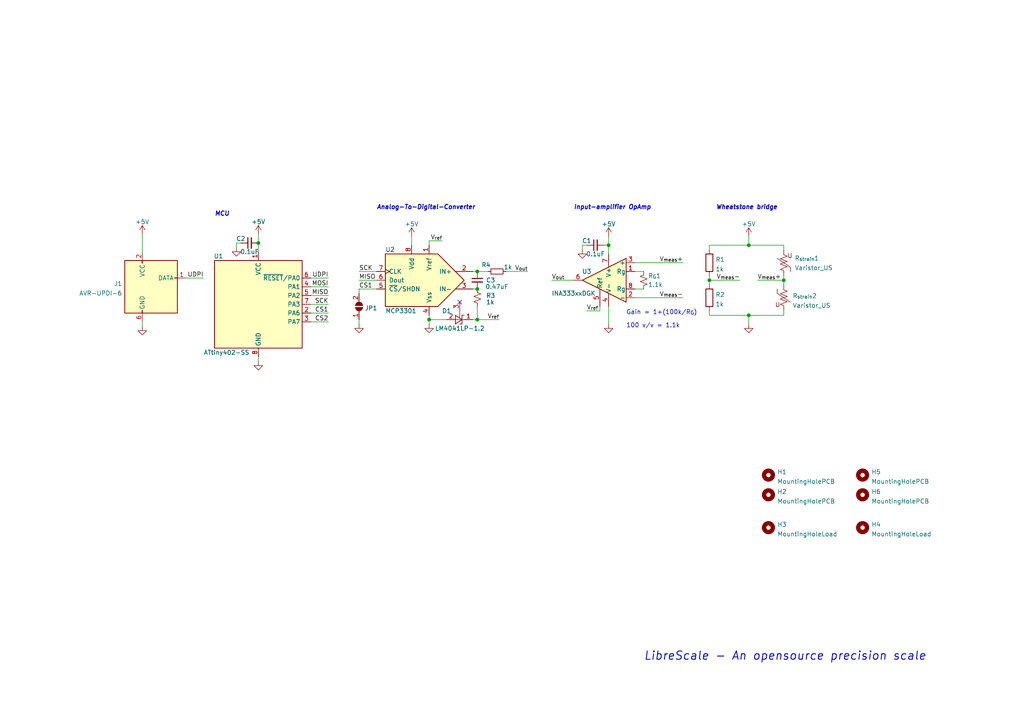
<source format=kicad_sch>
(kicad_sch (version 20211123) (generator eeschema)
  (paper "A4")
  (lib_symbols
    (symbol "Amplifier_Instrumentation:INA333xxDGK" (pin_names (offset 0.127))
      (property "Reference" "U" (at 3.81 3.175 0))
      (property "Value" "INA333xxDGK" (at 3.81 -3.175 0))
      (symbol "INA333xxDGK_0_1"
        (polyline (pts (xy 7.62 0) (xy -5.08 6.35) (xy -5.08 -6.35) (xy 7.62 0)) (stroke (width 0.254)) (fill (type background)))
      )
      (symbol "INA333xxDGK_1_1"
        (pin passive line (at -7.62 2.54 0) (length 2.54) (name "Rg") (number "1"))
        (pin input line (at -7.62 -5.08 0) (length 2.54) (name "-") (number "2"))
        (pin input line (at -7.62 5.08 0) (length 2.54) (name "+") (number "3"))
        (pin power_in line (at 0 -7.62 90) (length 3.81) (name "V-") (number "4"))
        (pin input line (at 2.54 -7.62 90) (length 5.08) (name "Ref") (number "5"))
        (pin output line (at 10.16 0 180) (length 2.54) (name "~") (number "6"))
        (pin power_in line (at 0 7.62 270) (length 3.81) (name "V+") (number "7"))
        (pin passive line (at -7.62 -2.54 0) (length 2.54) (name "Rg") (number "8"))
      )
    )
    (symbol "Analog_ADC:MCP3301" (pin_names (offset 1.016))
      (property "Reference" "U" (at 4.445 10.795 0))
      (property "Value" "MCP3301" (at 4.445 8.89 0))
      (symbol "MCP3301_0_0"
        (polyline (pts (xy -12.7 0) (xy -5.08 7.62) (xy 10.16 7.62) (xy 10.16 -7.62) (xy -5.08 -7.62) (xy -12.7 0)) (stroke (width 0.254)) (fill (type background)))
      )
      (symbol "MCP3301_1_1"
        (pin power_in line (at -2.54 10.16 270) (length 2.54) (name "Vref") (number "1"))
        (pin input line (at -15.24 2.54 0) (length 5.08) (name "IN+") (number "2"))
        (pin input line (at -15.24 -2.54 0) (length 5.08) (name "IN-") (number "3"))
        (pin power_in line (at -2.54 -10.16 90) (length 2.54) (name "Vss") (number "4"))
        (pin input line (at 12.7 -2.54 180) (length 2.54) (name "~{CS}/SHDN") (number "5"))
        (pin output line (at 12.7 0 180) (length 2.54) (name "Dout") (number "6"))
        (pin input clock (at 12.7 2.54 180) (length 2.54) (name "CLK") (number "7"))
        (pin power_in line (at 2.54 10.16 270) (length 2.54) (name "Vdd") (number "8"))
      )
    )
    (symbol "Connector:AVR-UPDI-6" (pin_names (offset 1.016))
      (property "Reference" "J" (at -6.35 8.89 0))
      (property "Value" "AVR-UPDI-6" (at 0 8.89 0))
      (symbol "AVR-UPDI-6_0_1"
        (rectangle (start -2.667 -6.858) (end -2.413 -7.62))
        (rectangle (start -2.667 7.62) (end -2.413 6.858))
        (rectangle (start 7.62 2.667) (end 6.858 2.413))
        (rectangle (start 7.62 7.62) (end -7.62 -7.62) (stroke (width 0.254)) (fill (type background)))
      )
      (symbol "AVR-UPDI-6_1_1"
        (pin passive line (at 10.16 2.54 180) (length 2.54) (name "DATA") (number "1"))
        (pin passive line (at -2.54 10.16 270) (length 2.54) (name "VCC") (number "2"))
        (pin no_connect line (at 7.62 0 180) (length 2.54) hide (name "NC") (number "3"))
        (pin no_connect line (at 7.62 -2.54 180) (length 2.54) hide (name "NC") (number "4"))
        (pin no_connect line (at 7.62 -5.08 180) (length 2.54) hide (name "NC") (number "5"))
        (pin passive line (at -2.54 -10.16 90) (length 2.54) (name "GND") (number "6"))
      )
    )
    (symbol "Device:C_Small" (pin_numbers hide) (pin_names (offset 0.254) hide)
      (property "Reference" "C" (at 0.254 1.778 0))
      (property "Value" "C_Small" (at 0.254 -2.032 0))
      (symbol "C_Small_0_1"
        (polyline (pts (xy -1.524 -0.508) (xy 1.524 -0.508)) (stroke (width 0.3302)))
        (polyline (pts (xy -1.524 0.508) (xy 1.524 0.508)) (stroke (width 0.3048)))
      )
      (symbol "C_Small_1_1"
        (pin passive line (at 0 2.54 270) (length 2.032) (name "~") (number "1"))
        (pin passive line (at 0 -2.54 90) (length 2.032) (name "~") (number "2"))
      )
    )
    (symbol "Device:R" (pin_numbers hide) (pin_names (offset 0))
      (property "Reference" "R" (at 2.032 0 90))
      (property "Value" "R" (at 0 0 90))
      (symbol "R_0_1"
        (rectangle (start -1.016 -2.54) (end 1.016 2.54) (stroke (width 0.254)))
      )
      (symbol "R_1_1"
        (pin passive line (at 0 3.81 270) (length 1.27) (name "~") (number "1"))
        (pin passive line (at 0 -3.81 90) (length 1.27) (name "~") (number "2"))
      )
    )
    (symbol "Device:R_Small" (pin_numbers hide) (pin_names (offset 0.254) hide)
      (property "Reference" "R" (at 0.762 0.508 0))
      (property "Value" "R_Small" (at 0.762 -1.016 0))
      (symbol "R_Small_0_1"
        (rectangle (start -0.762 1.778) (end 0.762 -1.778) (stroke (width 0.2032)))
      )
      (symbol "R_Small_1_1"
        (pin passive line (at 0 2.54 270) (length 0.762) (name "~") (number "1"))
        (pin passive line (at 0 -2.54 90) (length 0.762) (name "~") (number "2"))
      )
    )
    (symbol "Device:R_Small_US" (pin_numbers hide) (pin_names (offset 0.254) hide)
      (property "Reference" "R" (at 0.762 0.508 0))
      (property "Value" "R_Small_US" (at 0.762 -1.016 0))
      (symbol "R_Small_US_1_1"
        (polyline (pts (xy 0 0) (xy 1.016 -0.381) (xy 0 -0.762) (xy -1.016 -1.143) (xy 0 -1.524)))
        (polyline (pts (xy 0 1.524) (xy 1.016 1.143) (xy 0 0.762) (xy -1.016 0.381) (xy 0 0)))
        (pin passive line (at 0 2.54 270) (length 1.016) (name "~") (number "1"))
        (pin passive line (at 0 -2.54 90) (length 1.016) (name "~") (number "2"))
      )
    )
    (symbol "Device:Varistor_US" (pin_numbers hide) (pin_names (offset 0))
      (property "Reference" "RV" (at 3.175 0 90))
      (property "Value" "Varistor_US" (at -3.175 0 90))
      (symbol "Varistor_US_0_0"
        (text "U" (at -1.778 -2.032 0) (effects (font (size 1.27 1.27))))
      )
      (symbol "Varistor_US_0_1"
        (polyline (pts (xy 0 -2.286) (xy 0 -2.54)))
        (polyline (pts (xy 0 2.286) (xy 0 2.54)))
        (polyline (pts (xy -1.905 2.54) (xy -1.905 1.27) (xy 1.905 -1.27)))
        (polyline (pts (xy 0 -0.762) (xy 1.016 -1.143) (xy 0 -1.524) (xy -1.016 -1.905) (xy 0 -2.286)))
        (polyline (pts (xy 0 0.762) (xy 1.016 0.381) (xy 0 0) (xy -1.016 -0.381) (xy 0 -0.762)))
        (polyline (pts (xy 0 2.286) (xy 1.016 1.905) (xy 0 1.524) (xy -1.016 1.143) (xy 0 0.762)))
      )
      (symbol "Varistor_US_1_1"
        (pin passive line (at 0 3.81 270) (length 1.27) (name "~") (number "1"))
        (pin passive line (at 0 -3.81 90) (length 1.27) (name "~") (number "2"))
      )
    )
    (symbol "Jumper:SolderJumper_2_Open" (pin_names (offset 0) hide)
      (property "Reference" "JP" (at 0 2.032 0))
      (property "Value" "SolderJumper_2_Open" (at 0 -2.54 0))
      (symbol "SolderJumper_2_Open_0_1"
        (arc (start -0.254 1.016) (mid -1.27 0) (end -0.254 -1.016))
        (arc (start -0.254 1.016) (mid -1.27 0) (end -0.254 -1.016) (fill (type outline)))
        (polyline (pts (xy -0.254 1.016) (xy -0.254 -1.016)))
        (polyline (pts (xy 0.254 1.016) (xy 0.254 -1.016)))
        (arc (start 0.254 -1.016) (mid 1.27 0) (end 0.254 1.016))
        (arc (start 0.254 -1.016) (mid 1.27 0) (end 0.254 1.016) (fill (type outline)))
      )
      (symbol "SolderJumper_2_Open_1_1"
        (pin passive line (at -3.81 0 0) (length 2.54) (name "A") (number "1"))
        (pin passive line (at 3.81 0 180) (length 2.54) (name "B") (number "2"))
      )
    )
    (symbol "MCU_Microchip_ATtiny:ATtiny402-SS"
      (property "Reference" "U" (at -12.7 13.97 0))
      (property "Value" "ATtiny402-SS" (at 2.54 -13.97 0))
      (symbol "ATtiny402-SS_0_1"
        (rectangle (start -12.7 -12.7) (end 12.7 12.7) (stroke (width 0.254)) (fill (type background)))
      )
      (symbol "ATtiny402-SS_1_1"
        (pin power_in line (at 0 15.24 270) (length 2.54) (name "VCC") (number "1"))
        (pin bidirectional line (at 15.24 -2.54 180) (length 2.54) (name "PA6") (number "2"))
        (pin bidirectional line (at 15.24 -5.08 180) (length 2.54) (name "PA7") (number "3"))
        (pin bidirectional line (at 15.24 5.08 180) (length 2.54) (name "PA1") (number "4"))
        (pin bidirectional line (at 15.24 2.54 180) (length 2.54) (name "PA2") (number "5"))
        (pin bidirectional line (at 15.24 7.62 180) (length 2.54) (name "~{RESET}/PA0") (number "6"))
        (pin bidirectional line (at 15.24 0 180) (length 2.54) (name "PA3") (number "7"))
        (pin power_in line (at 0 -15.24 90) (length 2.54) (name "GND") (number "8"))
      )
    )
    (symbol "Mechanical:MountingHole" (pin_names (offset 1.016))
      (property "Reference" "H" (at 0 5.08 0))
      (property "Value" "MountingHole" (at 0 3.175 0))
      (symbol "MountingHole_0_1"
        (circle (center 0 0) (radius 1.27) (stroke (width 1.27)))
      )
    )
    (symbol "Reference_Voltage:LM4041LP-ADJ" (pin_names (offset 0.0254) hide)
      (property "Reference" "U?" (at 0 -3.3941 0))
      (property "Value" "LM4041LP-1.2" (at 0 -6.1692 0))
      (symbol "LM4041LP-ADJ_0_1"
        (polyline (pts (xy 0 2.54) (xy 0 0.508)))
        (polyline (pts (xy -1.27 0) (xy 0 0) (xy 1.27 0)))
        (polyline (pts (xy -1.27 -1.27) (xy 0.635 0) (xy -1.27 1.27) (xy -1.27 -1.27)) (stroke (width 0.2032)))
        (polyline (pts (xy 0 -1.27) (xy 0.635 -1.27) (xy 0.635 1.27) (xy 1.27 1.27)) (stroke (width 0.2032)))
      )
      (symbol "LM4041LP-ADJ_1_1"
        (pin input line (at 3.81 0 180) (length 2.54) (name "FB") (number "1"))
        (pin passive line (at -3.81 0 0) (length 2.54) (name "K") (number "2"))
        (pin passive line (at 0 5.08 270) (length 2.54) (name "A") (number "3"))
      )
    )
    (symbol "power:+5V" (power) (pin_names (offset 0))
      (property "Value" "+5V" (at 0 3.556 0))
      (symbol "+5V_0_1"
        (polyline (pts (xy -0.762 1.27) (xy 0 2.54)))
        (polyline (pts (xy 0 0) (xy 0 2.54)))
        (polyline (pts (xy 0 2.54) (xy 0.762 1.27)))
      )
      (symbol "+5V_1_1"
        (pin power_in line (at 0 0 90) (length 0) hide (name "+5V") (number "1"))
      )
    )
    (symbol "power:GND" (power) (pin_names (offset 0))
      (property "Value" "GND" (at 0 -3.81 0))
      (symbol "GND_0_1"
        (polyline (pts (xy 0 0) (xy 0 -1.27) (xy 1.27 -1.27) (xy 0 -2.54) (xy -1.27 -1.27) (xy 0 -1.27)))
      )
      (symbol "GND_1_1"
        (pin power_in line (at 0 0 270) (length 0) hide (name "GND") (number "1"))
      )
    )
  )
  (junction (at 217.17 71.12))
  (junction (at 74.93 70.485))
  (junction (at 227.33 81.28))
  (junction (at 176.53 71.12))
  (junction (at 138.43 83.82))
  (junction (at 217.17 91.44))
  (junction (at 138.43 78.74))
  (junction (at 138.43 92.71))
  (junction (at 205.74 81.28))
  (junction (at 124.46 92.71))
  (no_connect (at 133.35 87.63))
  (wire (pts (xy 74.93 70.485) (xy 74.93 73.025)))
  (wire (pts (xy 176.53 88.9) (xy 176.53 93.98)))
  (wire (pts (xy 74.93 103.505) (xy 74.93 104.775)))
  (wire (pts (xy 146.685 78.74) (xy 153.035 78.74)))
  (wire (pts (xy 104.14 81.28) (xy 109.22 81.28)))
  (wire (pts (xy 205.74 71.12) (xy 217.17 71.12)))
  (wire (pts (xy 168.91 71.12) (xy 170.18 71.12)))
  (wire (pts (xy 205.74 81.28) (xy 214.63 81.28)))
  (wire (pts (xy 90.17 93.345) (xy 95.25 93.345)))
  (wire (pts (xy 170.18 90.17) (xy 173.99 90.17)))
  (wire (pts (xy 227.33 81.28) (xy 227.33 82.55)))
  (wire (pts (xy 90.17 85.725) (xy 95.25 85.725)))
  (wire (pts (xy 138.43 78.74) (xy 141.605 78.74)))
  (wire (pts (xy 160.02 81.28) (xy 166.37 81.28)))
  (wire (pts (xy 205.74 71.12) (xy 205.74 72.39)))
  (wire (pts (xy 104.14 78.74) (xy 109.22 78.74)))
  (wire (pts (xy 227.33 91.44) (xy 227.33 90.17)))
  (wire (pts (xy 119.38 68.58) (xy 119.38 71.12)))
  (wire (pts (xy 176.53 71.12) (xy 176.53 73.66)))
  (wire (pts (xy 104.14 83.82) (xy 109.22 83.82)))
  (wire (pts (xy 68.58 71.755) (xy 68.58 70.485)))
  (wire (pts (xy 217.17 71.12) (xy 227.33 71.12)))
  (wire (pts (xy 205.74 91.44) (xy 217.17 91.44)))
  (wire (pts (xy 90.17 90.805) (xy 95.25 90.805)))
  (wire (pts (xy 227.33 80.01) (xy 227.33 81.28)))
  (wire (pts (xy 90.17 80.645) (xy 95.25 80.645)))
  (wire (pts (xy 217.17 68.58) (xy 217.17 71.12)))
  (wire (pts (xy 74.93 67.945) (xy 74.93 70.485)))
  (wire (pts (xy 205.74 91.44) (xy 205.74 90.17)))
  (wire (pts (xy 90.17 83.185) (xy 95.25 83.185)))
  (wire (pts (xy 138.43 88.9) (xy 138.43 92.71)))
  (wire (pts (xy 217.17 91.44) (xy 227.33 91.44)))
  (wire (pts (xy 184.15 86.36) (xy 198.12 86.36)))
  (wire (pts (xy 137.16 83.82) (xy 138.43 83.82)))
  (wire (pts (xy 53.975 80.645) (xy 59.055 80.645)))
  (wire (pts (xy 205.74 81.28) (xy 205.74 82.55)))
  (wire (pts (xy 168.91 71.12) (xy 168.91 72.39)))
  (wire (pts (xy 184.15 76.2) (xy 198.12 76.2)))
  (wire (pts (xy 41.275 67.945) (xy 41.275 73.025)))
  (wire (pts (xy 184.15 83.82) (xy 186.69 83.82)))
  (wire (pts (xy 138.43 92.71) (xy 144.78 92.71)))
  (wire (pts (xy 137.16 78.74) (xy 138.43 78.74)))
  (wire (pts (xy 184.15 78.74) (xy 186.69 78.74)))
  (wire (pts (xy 90.17 88.265) (xy 95.25 88.265)))
  (wire (pts (xy 124.46 92.71) (xy 124.46 93.98)))
  (wire (pts (xy 68.58 70.485) (xy 69.85 70.485)))
  (wire (pts (xy 137.16 92.71) (xy 138.43 92.71)))
  (wire (pts (xy 124.46 69.85) (xy 128.27 69.85)))
  (wire (pts (xy 124.46 71.12) (xy 124.46 69.85)))
  (wire (pts (xy 104.14 92.71) (xy 104.14 93.98)))
  (wire (pts (xy 175.26 71.12) (xy 176.53 71.12)))
  (wire (pts (xy 205.74 80.01) (xy 205.74 81.28)))
  (wire (pts (xy 124.46 91.44) (xy 124.46 92.71)))
  (wire (pts (xy 104.14 83.82) (xy 104.14 85.09)))
  (wire (pts (xy 227.33 71.12) (xy 227.33 72.39)))
  (wire (pts (xy 41.275 93.345) (xy 41.275 94.615)))
  (wire (pts (xy 173.99 88.9) (xy 173.99 90.17)))
  (wire (pts (xy 219.71 81.28) (xy 227.33 81.28)))
  (wire (pts (xy 124.46 92.71) (xy 129.54 92.71)))
  (wire (pts (xy 176.53 68.58) (xy 176.53 71.12)))
  (wire (pts (xy 217.17 91.44) (xy 217.17 93.98)))
  (text "100 v/v = 1.1k " (at 181.61 95.25 0) (effects (font (size 1.27 1.27)) (justify left bottom)))
  (text "Gain = 1+(100k/R_{G})" (at 181.61 91.44 0) (effects (font (size 1.27 1.27)) (justify left bottom)))
  (text "LibreScale - An opensource precision scale" (at 186.69 191.77 0) (effects (font (size 2.413 2.413) (thickness 0.254) bold italic) (justify left bottom)))
  (text "Wheatstone bridge\n" (at 207.645 60.96 0) (effects (font (size 1.27 1.27) bold italic) (justify left bottom)))
  (text "Analog-To-Digital-Converter" (at 109.22 60.96 0) (effects (font (size 1.27 1.27) (thickness 0.254) bold italic) (justify left bottom)))
  (text "MCU\n" (at 62.23 62.865 0) (effects (font (size 1.27 1.27) bold italic) (justify left bottom)))
  (text "Input-amplifier OpAmp" (at 166.37 60.96 0) (effects (font (size 1.27 1.27) bold italic) (justify left bottom)))
  (label "V_{ref}" (at 144.78 92.71 180))
  (label "V_{ref}" (at 170.18 90.17 0))
  (label "UDPI" (at 95.25 80.645 180))
  (label "MOSI" (at 95.25 83.185 180))
  (label "CS1" (at 95.25 90.805 180))
  (label "UDPI" (at 59.055 80.645 180))
  (label "MISO" (at 95.25 85.725 180))
  (label "MISO" (at 104.14 81.28 0))
  (label "V_{meas}+" (at 219.71 81.28 0))
  (label "SCK" (at 104.14 78.74 0))
  (label "SCK" (at 95.25 88.265 180))
  (label "V_{out}" (at 153.035 78.74 180))
  (label "V_{meas}+" (at 198.12 76.2 180))
  (label "V_{ref}" (at 128.27 69.85 180))
  (label "CS1" (at 104.14 83.82 0))
  (label "CS2" (at 95.25 93.345 180))
  (label "V_{out}" (at 160.02 81.28 0))
  (label "V_{meas}-" (at 214.63 81.28 180))
  (label "V_{meas}-" (at 198.12 86.36 180))
  (symbol (lib_id "power:+5V") (at 74.93 67.945 0) (unit 1)
    (property "Reference" "#PWR0104" (effects hide))
    (property "Value" "+5V" (at 74.93 64.3405 0))
  )
  (symbol (lib_id "Mechanical:MountingHole") (at 222.885 137.795 0) (unit 1)
    (property "Reference" "H1" (at 225.425 136.8865 0) (effects (justify left)))
    (property "Value" "MountingHolePCB" (at 225.425 139.6616 0) (effects (justify left)))
    (property "Footprint" "MountingHole:MountingHole_3.2mm_M3_Pad" (effects hide))
  )
  (symbol (lib_id "Reference_Voltage:LM4041LP-ADJ") (at 133.35 92.71 0) (unit 1)
    (property "Reference" "D1" (at 129.54 90.17 0))
    (property "Value" "LM4041LP-1.2" (at 133.35 95.25 0))
    (property "Footprint" "Package_TO_SOT_SMD:SOT-23" (effects hide))
    (property "Datasheet" "http://www.ti.com/lit/ds/symlink/lm4041-n.pdf" (effects hide))
  )
  (symbol (lib_id "Mechanical:MountingHole") (at 222.885 153.035 0) (unit 1)
    (property "Reference" "H3" (at 225.425 152.1265 0) (effects (justify left)))
    (property "Value" "MountingHoleLoad" (at 225.425 154.9016 0) (effects (justify left)))
    (property "Footprint" "MountingHole:MountingHole_3.2mm_M3_DIN965_Pad" (effects hide))
  )
  (symbol (lib_id "power:GND") (at 68.58 71.755 0) (unit 1)
    (property "Reference" "#PWR0102" (effects hide))
    (property "Value" "GND" (effects hide))
  )
  (symbol (lib_id "power:+5V") (at 217.17 68.58 0) (unit 1)
    (property "Reference" "#PWR0110" (effects hide))
    (property "Value" "+5V" (at 217.17 64.9755 0))
  )
  (symbol (lib_id "Device:R") (at 205.74 76.2 0) (unit 1)
    (property "Reference" "R1" (at 207.518 75.2915 0) (effects (justify left)))
    (property "Value" "1k" (at 207.518 78.0666 0) (effects (justify left)))
    (property "Footprint" "Resistor_SMD:R_0603_1608Metric" (effects hide))
  )
  (symbol (lib_id "power:GND") (at 104.14 93.98 0) (unit 1)
    (property "Reference" "#PWR0101" (effects hide))
    (property "Value" "GND" (effects hide))
  )
  (symbol (lib_id "power:+5V") (at 119.38 68.58 0) (unit 1)
    (property "Reference" "#PWR0108" (effects hide))
    (property "Value" "+5V" (at 119.38 64.9755 0))
  )
  (symbol (lib_id "power:GND") (at 41.275 94.615 0) (unit 1)
    (property "Reference" "#PWR0112" (effects hide))
    (property "Value" "GND" (effects hide))
  )
  (symbol (lib_id "power:GND") (at 124.46 93.98 0) (unit 1)
    (property "Reference" "#PWR0109" (effects hide))
    (property "Value" "GND" (effects hide))
  )
  (symbol (lib_id "power:GND") (at 217.17 93.98 0) (unit 1)
    (property "Reference" "#PWR0111" (effects hide))
    (property "Value" "GND" (effects hide))
  )
  (symbol (lib_id "Jumper:SolderJumper_2_Open") (at 104.14 88.9 90) (unit 1)
    (property "Reference" "JP1" (at 105.791 89.379 90) (effects (justify right)))
    (property "Value" "SolderJumper_2_Open" (effects hide))
    (property "Footprint" "Jumper:SolderJumper-2_P1.3mm_Bridged_RoundedPad1.0x1.5mm" (effects hide))
  )
  (symbol (lib_id "power:+5V") (at 41.275 67.945 0) (unit 1)
    (property "Reference" "#PWR0113" (effects hide))
    (property "Value" "+5V" (at 41.275 64.3405 0))
  )
  (symbol (lib_id "Device:R_Small") (at 144.145 78.74 90) (unit 1)
    (property "Reference" "R4" (at 140.97 76.835 90))
    (property "Value" "1k" (at 147.32 77.47 90))
    (property "Footprint" "Resistor_SMD:R_0402_1005Metric_Pad0.72x0.64mm_HandSolder" (effects hide))
  )
  (symbol (lib_id "Mechanical:MountingHole") (at 250.19 143.51 0) (unit 1)
    (property "Reference" "H6" (at 252.73 142.6015 0) (effects (justify left)))
    (property "Value" "MountingHolePCB" (at 252.73 145.3766 0) (effects (justify left)))
    (property "Footprint" "MountingHole:MountingHole_3.2mm_M3_Pad" (effects hide))
  )
  (symbol (lib_id "Device:C_Small") (at 72.39 70.485 90) (unit 1)
    (property "Reference" "C2" (at 69.85 69.215 90))
    (property "Value" "0.1uF" (at 72.39 73.025 90))
    (property "Footprint" "Capacitor_SMD:C_0603_1608Metric" (effects hide))
  )
  (symbol (lib_id "Mechanical:MountingHole") (at 250.19 153.035 0) (unit 1)
    (property "Reference" "H4" (at 252.73 152.1265 0) (effects (justify left)))
    (property "Value" "MountingHoleLoad" (at 252.73 154.9016 0) (effects (justify left)))
    (property "Footprint" "MountingHole:MountingHole_3.2mm_M3_DIN965_Pad" (effects hide))
  )
  (symbol (lib_id "Connector:AVR-UPDI-6") (at 43.815 83.185 0) (unit 1)
    (property "Reference" "J1" (at 35.4331 82.2765 0) (effects (justify right)))
    (property "Value" "AVR-UPDI-6" (at 35.4331 85.0516 0) (effects (justify right)))
    (property "Footprint" "Connector:Tag-Connect_TC2030-IDC-NL_2x03_P1.27mm_Vertical" (effects hide))
    (property "Datasheet" "https://www.microchip.com/webdoc/GUID-9D10622A-5C16-4405-B092-1BDD437B4976/index.html?GUID-9B349315-2842-4189-B88C-49F4E1055D7F" (effects hide))
  )
  (symbol (lib_id "Amplifier_Instrumentation:INA333xxDGK") (at 176.53 81.28 0) (mirror y) (unit 1)
    (property "Reference" "U3" (at 170.18 78.74 0))
    (property "Value" "INA333xxDGK" (at 166.37 85.09 0))
    (property "Footprint" "Package_SO:VSSOP-8_3.0x3.0mm_P0.65mm" (effects hide))
    (property "Datasheet" "https://www.ti.com/lit/ds/symlink/ina333.pdf" (effects hide))
  )
  (symbol (lib_id "Device:C_Small") (at 138.43 81.28 0) (unit 1)
    (property "Reference" "C3" (at 140.97 81.28 0) (effects (justify left)))
    (property "Value" "0.47uF" (at 140.7541 83.1529 0) (effects (justify left)))
    (property "Footprint" "Capacitor_SMD:C_0603_1608Metric" (effects hide))
  )
  (symbol (lib_id "Device:R_Small_US") (at 138.43 86.36 0) (unit 1)
    (property "Reference" "R3" (at 140.97 85.725 0) (effects (justify left)))
    (property "Value" "1k" (at 140.97 87.63 0) (effects (justify left)))
    (property "Footprint" "Resistor_SMD:R_0402_1005Metric_Pad0.72x0.64mm_HandSolder" (effects hide))
  )
  (symbol (lib_id "Mechanical:MountingHole") (at 222.885 143.51 0) (unit 1)
    (property "Reference" "H2" (at 225.425 142.6015 0) (effects (justify left)))
    (property "Value" "MountingHolePCB" (at 225.425 145.3766 0) (effects (justify left)))
    (property "Footprint" "MountingHole:MountingHole_3.2mm_M3_Pad" (effects hide))
  )
  (symbol (lib_id "Device:R") (at 205.74 86.36 0) (unit 1)
    (property "Reference" "R2" (at 207.518 85.4515 0) (effects (justify left)))
    (property "Value" "1k" (at 207.518 88.2266 0) (effects (justify left)))
    (property "Footprint" "Resistor_SMD:R_0603_1608Metric" (effects hide))
  )
  (symbol (lib_id "Analog_ADC:MCP3301") (at 121.92 81.28 0) (mirror y) (unit 1)
    (property "Reference" "U2" (at 111.76 72.39 0) (effects (justify right)))
    (property "Value" "MCP3301" (at 111.76 90.17 0) (effects (justify right)))
    (property "Footprint" "Package_SO:SOIC-8_3.9x4.9mm_P1.27mm" (effects hide))
    (property "Datasheet" "http://ww1.microchip.com/downloads/en/DeviceDoc/21700D.pdf" (effects hide))
  )
  (symbol (lib_id "Mechanical:MountingHole") (at 250.19 137.795 0) (unit 1)
    (property "Reference" "H5" (at 252.73 136.8865 0) (effects (justify left)))
    (property "Value" "MountingHolePCB" (at 252.73 139.6616 0) (effects (justify left)))
    (property "Footprint" "MountingHole:MountingHole_3.2mm_M3_Pad" (effects hide))
  )
  (symbol (lib_id "MCU_Microchip_ATtiny:ATtiny402-SS") (at 74.93 88.265 0) (unit 1)
    (property "Reference" "U1" (at 64.77 74.295 0) (effects (justify right)))
    (property "Value" "ATtiny402-SS" (at 72.39 102.235 0) (effects (justify right)))
    (property "Footprint" "Package_SO:SOIC-8_3.9x4.9mm_P1.27mm" (effects hide))
    (property "Datasheet" "http://ww1.microchip.com/downloads/en/DeviceDoc/ATtiny202-402-AVR-MCU-with-Core-Independent-Peripherals_and-picoPower-40001969A.pdf" (effects hide))
  )
  (symbol (lib_id "Device:Varistor_US") (at 227.33 76.2 180) (unit 1)
    (property "Reference" "R_{strain}1" (at 230.4876 74.9152 0) (effects (justify right)))
    (property "Value" "Varistor_US" (at 230.4876 77.6903 0) (effects (justify right)))
    (property "Footprint" "Connector_JST:JST_PH_S2B-PH-K_1x02_P2.00mm_Horizontal" (effects hide))
  )
  (symbol (lib_id "Device:C_Small") (at 172.72 71.12 90) (unit 1)
    (property "Reference" "C1" (at 170.18 69.85 90))
    (property "Value" "0.1uF" (at 172.72 73.66 90))
    (property "Footprint" "Capacitor_SMD:C_0603_1608Metric" (effects hide))
  )
  (symbol (lib_id "power:GND") (at 168.91 72.39 0) (unit 1)
    (property "Reference" "#PWR0105" (effects hide))
    (property "Value" "GND" (effects hide))
  )
  (symbol (lib_id "power:GND") (at 74.93 104.775 0) (unit 1)
    (property "Reference" "#PWR0103" (effects hide))
    (property "Value" "GND" (effects hide))
  )
  (symbol (lib_id "Device:Varistor_US") (at 227.33 86.36 0) (unit 1)
    (property "Reference" "R_{strain}2" (at 229.87 85.8278 0) (effects (justify left)))
    (property "Value" "Varistor_US" (at 229.87 88.6029 0) (effects (justify left)))
    (property "Footprint" "Connector_JST:JST_PH_S2B-PH-K_1x02_P2.00mm_Horizontal" (effects hide))
  )
  (symbol (lib_id "Device:R_Small_US") (at 186.69 81.28 0) (mirror x) (unit 1)
    (property "Reference" "R_{G}1" (at 187.96 80.01 0) (effects (justify left)))
    (property "Value" "1.1k" (at 187.96 82.55 0) (effects (justify left)))
    (property "Footprint" "Resistor_SMD:R_0402_1005Metric_Pad0.72x0.64mm_HandSolder" (effects hide))
  )
  (symbol (lib_id "power:+5V") (at 176.53 68.58 0) (unit 1)
    (property "Reference" "#PWR0107" (effects hide))
    (property "Value" "+5V" (at 176.53 64.9755 0))
  )
  (symbol (lib_id "power:GND") (at 176.53 93.98 0) (unit 1)
    (property "Reference" "#PWR0106" (effects hide))
    (property "Value" "GND" (effects hide))
  )
)
</source>
